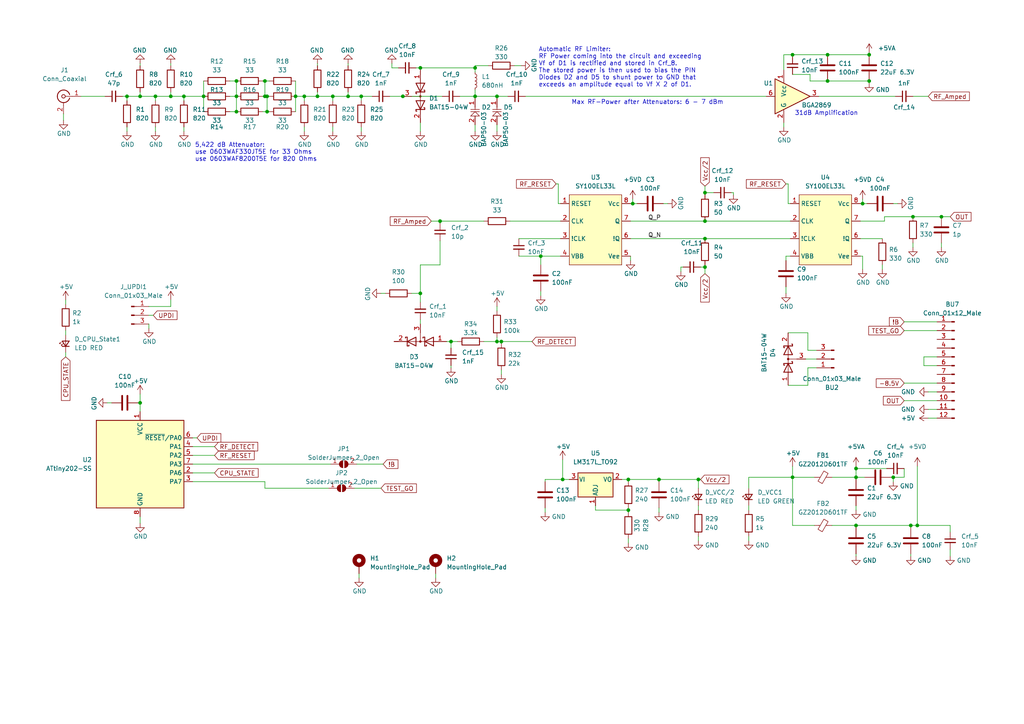
<source format=kicad_sch>
(kicad_sch (version 20230121) (generator eeschema)
  (paper "A4")
  (junction (at 240.03 15.875))
  (junction (at 248.285 152.4))
  (junction (at 121.92 85.09))
  (junction (at 45.085 27.94))
  (junction (at 53.34 27.94))
  (junction (at 191.135 139.065))
  (junction (at 77.47 27.94))
  (junction (at 88.265 27.94))
  (junction (at 137.795 19.685))
  (junction (at 202.565 139.065))
  (junction (at 204.47 64.135))
  (junction (at 127.635 64.135))
  (junction (at 96.52 27.94))
  (junction (at 85.725 27.94))
  (junction (at 77.47 32.385))
  (junction (at 252.095 23.495))
  (junction (at 250.19 59.055))
  (junction (at 49.53 27.94))
  (junction (at 76.835 23.495))
  (junction (at 264.16 152.4))
  (junction (at 144.145 99.06))
  (junction (at 92.075 27.94))
  (junction (at 204.47 69.215))
  (junction (at 104.775 27.94))
  (junction (at 183.515 59.055))
  (junction (at 40.64 116.84))
  (junction (at 144.145 27.94))
  (junction (at 252.095 15.875))
  (junction (at 266.065 152.4))
  (junction (at 259.08 138.43))
  (junction (at 76.835 27.94))
  (junction (at 121.92 19.685))
  (junction (at 204.47 55.88))
  (junction (at 163.195 139.065))
  (junction (at 156.845 74.295))
  (junction (at 130.81 99.06))
  (junction (at 182.245 147.955))
  (junction (at 240.03 23.495))
  (junction (at 116.84 27.94))
  (junction (at 204.47 77.47))
  (junction (at 145.415 99.06))
  (junction (at 273.05 62.865))
  (junction (at 229.87 138.43))
  (junction (at 68.58 23.495))
  (junction (at 40.64 27.94))
  (junction (at 248.285 138.43))
  (junction (at 68.58 27.94))
  (junction (at 229.87 15.875))
  (junction (at 182.245 139.065))
  (junction (at 100.965 27.94))
  (junction (at 264.795 62.865))
  (junction (at 137.795 27.94))
  (junction (at 59.055 27.94))
  (junction (at 248.285 135.89))
  (junction (at 36.83 27.94))
  (junction (at 68.58 32.385))
  (wire (pts (xy 144.145 36.195) (xy 144.145 38.1)))
  (wire (pts (xy 43.18 93.98) (xy 43.18 95.25)))
  (wire (pts (xy 267.97 106.045) (xy 271.78 106.045)))
  (wire (pts (xy 240.03 23.495) (xy 252.095 23.495)))
  (wire (pts (xy 228.6 59.055) (xy 229.235 59.055)))
  (wire (pts (xy 248.285 152.4) (xy 248.285 153.035)))
  (wire (pts (xy 198.12 77.47) (xy 197.485 77.47)))
  (wire (pts (xy 18.415 33.02) (xy 18.415 34.925)))
  (wire (pts (xy 266.065 152.4) (xy 266.065 135.255)))
  (wire (pts (xy 156.845 84.455) (xy 156.845 85.725)))
  (wire (pts (xy 85.725 23.495) (xy 85.725 27.94)))
  (wire (pts (xy 76.835 141.605) (xy 95.25 141.605)))
  (wire (pts (xy 172.72 147.955) (xy 182.245 147.955)))
  (wire (pts (xy 183.515 59.055) (xy 184.785 59.055)))
  (wire (pts (xy 191.135 139.065) (xy 202.565 139.065)))
  (wire (pts (xy 125.095 64.135) (xy 127.635 64.135)))
  (wire (pts (xy 191.135 147.32) (xy 191.135 148.59)))
  (wire (pts (xy 92.075 27.94) (xy 96.52 27.94)))
  (wire (pts (xy 182.88 74.295) (xy 182.88 75.565)))
  (wire (pts (xy 264.16 152.4) (xy 264.16 153.035)))
  (wire (pts (xy 248.285 138.43) (xy 248.285 139.065)))
  (wire (pts (xy 145.415 107.315) (xy 145.415 108.585)))
  (wire (pts (xy 120.65 19.685) (xy 121.92 19.685)))
  (wire (pts (xy 259.08 138.43) (xy 259.08 139.7)))
  (wire (pts (xy 241.3 152.4) (xy 248.285 152.4)))
  (wire (pts (xy 133.35 27.94) (xy 137.795 27.94)))
  (wire (pts (xy 121.92 92.71) (xy 121.92 93.98)))
  (wire (pts (xy 255.905 76.835) (xy 255.905 78.105)))
  (wire (pts (xy 202.565 139.065) (xy 202.565 141.605)))
  (wire (pts (xy 76.2 32.385) (xy 77.47 32.385)))
  (wire (pts (xy 76.2 27.94) (xy 76.835 27.94)))
  (wire (pts (xy 271.78 103.505) (xy 267.97 103.505)))
  (wire (pts (xy 182.245 147.955) (xy 182.245 148.59)))
  (wire (pts (xy 234.315 111.76) (xy 234.315 106.68)))
  (wire (pts (xy 152.4 27.94) (xy 222.25 27.94)))
  (wire (pts (xy 161.925 53.34) (xy 161.925 59.055)))
  (wire (pts (xy 100.965 27.94) (xy 104.775 27.94)))
  (wire (pts (xy 229.87 138.43) (xy 229.87 152.4)))
  (wire (pts (xy 110.49 85.09) (xy 111.76 85.09)))
  (wire (pts (xy 217.17 138.43) (xy 229.87 138.43)))
  (wire (pts (xy 144.145 27.94) (xy 144.145 28.575)))
  (wire (pts (xy 234.95 21.59) (xy 234.95 23.495)))
  (wire (pts (xy 68.58 23.495) (xy 68.58 27.94)))
  (wire (pts (xy 35.56 27.94) (xy 36.83 27.94)))
  (wire (pts (xy 250.19 74.295) (xy 250.19 78.105)))
  (wire (pts (xy 161.29 53.34) (xy 161.925 53.34)))
  (wire (pts (xy 249.555 69.215) (xy 255.905 69.215)))
  (wire (pts (xy 234.95 23.495) (xy 240.03 23.495)))
  (wire (pts (xy 229.87 21.59) (xy 234.95 21.59)))
  (wire (pts (xy 202.565 146.685) (xy 202.565 147.955)))
  (wire (pts (xy 264.16 152.4) (xy 266.065 152.4)))
  (wire (pts (xy 249.555 64.135) (xy 256.54 64.135)))
  (wire (pts (xy 264.16 160.655) (xy 264.16 161.29)))
  (wire (pts (xy 248.285 152.4) (xy 264.16 152.4)))
  (wire (pts (xy 127.635 76.835) (xy 121.92 76.835)))
  (wire (pts (xy 227.965 83.185) (xy 227.965 85.09)))
  (wire (pts (xy 248.285 146.685) (xy 248.285 147.955)))
  (wire (pts (xy 202.565 139.065) (xy 203.2 139.065)))
  (wire (pts (xy 204.47 53.975) (xy 204.47 55.88)))
  (wire (pts (xy 140.335 64.135) (xy 127.635 64.135)))
  (wire (pts (xy 96.52 27.94) (xy 96.52 29.21)))
  (wire (pts (xy 130.81 99.06) (xy 132.715 99.06)))
  (wire (pts (xy 113.665 19.685) (xy 115.57 19.685)))
  (wire (pts (xy 59.055 27.94) (xy 59.055 32.385)))
  (wire (pts (xy 241.3 138.43) (xy 248.285 138.43)))
  (wire (pts (xy 264.795 70.485) (xy 264.795 71.755)))
  (wire (pts (xy 259.08 59.055) (xy 260.35 59.055)))
  (wire (pts (xy 147.955 64.135) (xy 162.56 64.135)))
  (wire (pts (xy 182.88 69.215) (xy 204.47 69.215)))
  (wire (pts (xy 145.415 99.06) (xy 154.305 99.06)))
  (wire (pts (xy 228.6 111.76) (xy 234.315 111.76)))
  (wire (pts (xy 269.24 113.665) (xy 271.78 113.665)))
  (wire (pts (xy 36.83 36.83) (xy 36.83 38.1)))
  (wire (pts (xy 55.88 139.7) (xy 76.835 139.7)))
  (wire (pts (xy 182.245 139.065) (xy 182.245 139.7)))
  (wire (pts (xy 68.58 27.94) (xy 68.58 32.385)))
  (wire (pts (xy 262.255 93.345) (xy 271.78 93.345)))
  (wire (pts (xy 202.565 155.575) (xy 202.565 156.845)))
  (wire (pts (xy 76.835 27.94) (xy 77.47 27.94)))
  (wire (pts (xy 45.085 27.94) (xy 49.53 27.94)))
  (wire (pts (xy 137.795 19.05) (xy 137.795 19.685)))
  (wire (pts (xy 55.88 134.62) (xy 95.885 134.62)))
  (wire (pts (xy 262.255 111.125) (xy 271.78 111.125)))
  (wire (pts (xy 121.92 19.685) (xy 137.795 19.685)))
  (wire (pts (xy 256.54 64.135) (xy 256.54 62.865)))
  (wire (pts (xy 126.365 166.37) (xy 126.365 167.64)))
  (wire (pts (xy 85.725 27.94) (xy 88.265 27.94)))
  (wire (pts (xy 204.47 76.835) (xy 204.47 77.47)))
  (wire (pts (xy 275.59 159.385) (xy 275.59 161.29)))
  (wire (pts (xy 85.725 27.94) (xy 85.725 32.385)))
  (wire (pts (xy 88.265 36.83) (xy 88.265 38.1)))
  (wire (pts (xy 248.285 135.89) (xy 257.175 135.89)))
  (wire (pts (xy 49.53 86.995) (xy 49.53 88.9)))
  (wire (pts (xy 182.88 64.135) (xy 204.47 64.135)))
  (wire (pts (xy 275.59 154.305) (xy 275.59 152.4)))
  (wire (pts (xy 227.965 53.34) (xy 228.6 53.34)))
  (wire (pts (xy 119.38 85.09) (xy 121.92 85.09)))
  (wire (pts (xy 88.265 27.94) (xy 92.075 27.94)))
  (wire (pts (xy 104.775 27.94) (xy 107.95 27.94)))
  (wire (pts (xy 217.17 155.575) (xy 217.17 156.845)))
  (wire (pts (xy 104.775 27.94) (xy 104.775 29.21)))
  (wire (pts (xy 158.115 147.32) (xy 158.115 148.59)))
  (wire (pts (xy 212.09 55.88) (xy 212.725 55.88)))
  (wire (pts (xy 145.415 99.06) (xy 145.415 99.695)))
  (wire (pts (xy 66.675 27.94) (xy 68.58 27.94)))
  (wire (pts (xy 137.795 19.685) (xy 137.795 20.955)))
  (wire (pts (xy 182.245 139.065) (xy 191.135 139.065)))
  (wire (pts (xy 96.52 36.83) (xy 96.52 38.1)))
  (wire (pts (xy 137.795 27.94) (xy 144.145 27.94)))
  (wire (pts (xy 182.88 59.055) (xy 183.515 59.055)))
  (wire (pts (xy 92.075 18.415) (xy 92.075 19.05)))
  (wire (pts (xy 55.88 129.54) (xy 62.23 129.54)))
  (wire (pts (xy 49.53 26.67) (xy 49.53 27.94)))
  (wire (pts (xy 137.795 26.035) (xy 137.795 27.94)))
  (wire (pts (xy 59.055 23.495) (xy 59.055 27.94)))
  (wire (pts (xy 49.53 18.415) (xy 49.53 19.05)))
  (wire (pts (xy 163.195 139.065) (xy 165.1 139.065)))
  (wire (pts (xy 149.225 19.05) (xy 151.13 19.05)))
  (wire (pts (xy 197.485 77.47) (xy 197.485 78.74)))
  (wire (pts (xy 150.495 69.215) (xy 162.56 69.215)))
  (wire (pts (xy 240.03 15.875) (xy 229.87 15.875)))
  (wire (pts (xy 129.54 99.06) (xy 130.81 99.06)))
  (wire (pts (xy 150.495 74.295) (xy 156.845 74.295)))
  (wire (pts (xy 127.635 69.85) (xy 127.635 76.835)))
  (wire (pts (xy 156.845 74.295) (xy 162.56 74.295)))
  (wire (pts (xy 130.81 106.045) (xy 130.81 106.68)))
  (wire (pts (xy 40.64 149.86) (xy 40.64 151.765)))
  (wire (pts (xy 144.145 97.79) (xy 144.145 99.06)))
  (wire (pts (xy 76.835 23.495) (xy 76.835 27.94)))
  (wire (pts (xy 40.64 27.94) (xy 45.085 27.94)))
  (wire (pts (xy 234.315 106.68) (xy 236.855 106.68)))
  (wire (pts (xy 77.47 27.94) (xy 78.105 27.94)))
  (wire (pts (xy 234.315 101.6) (xy 234.315 96.52)))
  (wire (pts (xy 158.115 139.065) (xy 163.195 139.065)))
  (wire (pts (xy 262.255 135.89) (xy 262.255 138.43)))
  (wire (pts (xy 180.34 139.065) (xy 182.245 139.065)))
  (wire (pts (xy 144.145 27.94) (xy 147.32 27.94)))
  (wire (pts (xy 40.64 116.84) (xy 40.005 116.84)))
  (wire (pts (xy 204.47 77.47) (xy 204.47 79.375)))
  (wire (pts (xy 77.47 27.94) (xy 77.47 32.385)))
  (wire (pts (xy 55.88 127) (xy 57.15 127)))
  (wire (pts (xy 217.17 146.685) (xy 217.17 147.955)))
  (wire (pts (xy 252.095 23.495) (xy 252.095 24.13)))
  (wire (pts (xy 227.33 35.56) (xy 227.33 36.83)))
  (wire (pts (xy 77.47 32.385) (xy 78.105 32.385)))
  (wire (pts (xy 100.965 18.415) (xy 100.965 19.05)))
  (wire (pts (xy 227.965 75.565) (xy 227.965 74.295)))
  (wire (pts (xy 161.925 59.055) (xy 162.56 59.055)))
  (wire (pts (xy 250.19 59.055) (xy 251.46 59.055)))
  (wire (pts (xy 55.88 132.08) (xy 62.23 132.08)))
  (wire (pts (xy 130.81 100.965) (xy 130.81 99.06)))
  (wire (pts (xy 258.445 138.43) (xy 259.08 138.43)))
  (wire (pts (xy 204.47 69.215) (xy 229.235 69.215)))
  (wire (pts (xy 55.88 137.16) (xy 62.23 137.16)))
  (wire (pts (xy 256.54 62.865) (xy 264.795 62.865)))
  (wire (pts (xy 40.64 119.38) (xy 40.64 116.84)))
  (wire (pts (xy 212.725 55.88) (xy 212.725 56.515)))
  (wire (pts (xy 88.265 27.94) (xy 88.265 29.21)))
  (wire (pts (xy 45.085 36.83) (xy 45.085 38.1)))
  (wire (pts (xy 66.675 32.385) (xy 68.58 32.385)))
  (wire (pts (xy 104.14 166.37) (xy 104.14 167.64)))
  (wire (pts (xy 116.84 27.94) (xy 128.27 27.94)))
  (wire (pts (xy 248.285 135.255) (xy 248.285 135.89)))
  (wire (pts (xy 264.795 62.865) (xy 273.05 62.865)))
  (wire (pts (xy 204.47 64.135) (xy 229.235 64.135)))
  (wire (pts (xy 248.285 160.655) (xy 248.285 161.29)))
  (wire (pts (xy 141.605 19.05) (xy 137.795 19.05)))
  (wire (pts (xy 275.59 152.4) (xy 266.065 152.4)))
  (wire (pts (xy 43.18 91.44) (xy 44.45 91.44)))
  (wire (pts (xy 269.24 118.745) (xy 271.78 118.745)))
  (wire (pts (xy 40.64 26.67) (xy 40.64 27.94)))
  (wire (pts (xy 113.665 18.415) (xy 113.665 19.685)))
  (wire (pts (xy 121.92 19.685) (xy 121.92 20.32)))
  (wire (pts (xy 104.775 36.83) (xy 104.775 38.1)))
  (wire (pts (xy 19.05 86.995) (xy 19.05 88.265)))
  (wire (pts (xy 273.05 70.485) (xy 273.05 71.755)))
  (wire (pts (xy 236.855 101.6) (xy 234.315 101.6)))
  (wire (pts (xy 127.635 64.135) (xy 127.635 64.77)))
  (wire (pts (xy 121.92 76.835) (xy 121.92 85.09)))
  (wire (pts (xy 192.405 59.055) (xy 193.675 59.055)))
  (wire (pts (xy 40.64 114.3) (xy 40.64 116.84)))
  (wire (pts (xy 163.195 133.35) (xy 163.195 139.065)))
  (wire (pts (xy 252.095 15.24) (xy 252.095 15.875)))
  (wire (pts (xy 191.135 139.065) (xy 191.135 139.7)))
  (wire (pts (xy 103.505 134.62) (xy 111.125 134.62)))
  (wire (pts (xy 158.115 139.7) (xy 158.115 139.065)))
  (wire (pts (xy 240.03 15.875) (xy 252.095 15.875)))
  (wire (pts (xy 204.47 55.88) (xy 204.47 56.515)))
  (wire (pts (xy 229.87 152.4) (xy 236.22 152.4)))
  (wire (pts (xy 227.33 15.875) (xy 227.33 20.32)))
  (wire (pts (xy 229.87 138.43) (xy 236.22 138.43)))
  (wire (pts (xy 102.87 141.605) (xy 110.49 141.605)))
  (wire (pts (xy 40.64 18.415) (xy 40.64 19.05)))
  (wire (pts (xy 248.285 135.89) (xy 248.285 138.43)))
  (wire (pts (xy 182.245 156.21) (xy 182.245 157.48)))
  (wire (pts (xy 227.965 74.295) (xy 229.235 74.295)))
  (wire (pts (xy 140.335 99.06) (xy 144.145 99.06)))
  (wire (pts (xy 204.47 55.88) (xy 207.01 55.88)))
  (wire (pts (xy 53.34 36.83) (xy 53.34 38.1)))
  (wire (pts (xy 76.835 23.495) (xy 78.105 23.495)))
  (wire (pts (xy 228.6 53.34) (xy 228.6 59.055)))
  (wire (pts (xy 49.53 27.94) (xy 53.34 27.94)))
  (wire (pts (xy 19.05 102.235) (xy 19.05 103.505)))
  (wire (pts (xy 248.285 138.43) (xy 250.825 138.43)))
  (wire (pts (xy 264.795 27.94) (xy 269.24 27.94)))
  (wire (pts (xy 182.245 147.32) (xy 182.245 147.955)))
  (wire (pts (xy 36.83 27.94) (xy 36.83 29.21)))
  (wire (pts (xy 66.675 23.495) (xy 68.58 23.495)))
  (wire (pts (xy 203.2 77.47) (xy 204.47 77.47)))
  (wire (pts (xy 233.68 104.14) (xy 236.855 104.14)))
  (wire (pts (xy 76.2 23.495) (xy 76.835 23.495)))
  (wire (pts (xy 234.315 96.52) (xy 228.6 96.52)))
  (wire (pts (xy 121.92 87.63) (xy 121.92 85.09)))
  (wire (pts (xy 76.835 139.7) (xy 76.835 141.605)))
  (wire (pts (xy 31.115 116.84) (xy 32.385 116.84)))
  (wire (pts (xy 259.08 138.43) (xy 262.255 138.43)))
  (wire (pts (xy 262.255 95.885) (xy 271.78 95.885)))
  (wire (pts (xy 229.87 135.255) (xy 229.87 138.43)))
  (wire (pts (xy 92.075 26.67) (xy 92.075 27.94)))
  (wire (pts (xy 53.34 27.94) (xy 53.34 29.21)))
  (wire (pts (xy 156.845 74.295) (xy 156.845 76.835)))
  (wire (pts (xy 217.17 141.605) (xy 217.17 138.43)))
  (wire (pts (xy 269.24 121.285) (xy 271.78 121.285)))
  (wire (pts (xy 45.085 27.94) (xy 45.085 29.21)))
  (wire (pts (xy 23.495 27.94) (xy 30.48 27.94)))
  (wire (pts (xy 121.92 35.56) (xy 121.92 38.1)))
  (wire (pts (xy 262.255 116.205) (xy 271.78 116.205)))
  (wire (pts (xy 137.795 27.94) (xy 137.795 28.575)))
  (wire (pts (xy 144.145 99.06) (xy 145.415 99.06)))
  (wire (pts (xy 49.53 88.9) (xy 43.18 88.9)))
  (wire (pts (xy 237.49 27.94) (xy 259.715 27.94)))
  (wire (pts (xy 229.87 15.875) (xy 229.87 16.51)))
  (wire (pts (xy 267.97 103.505) (xy 267.97 106.045)))
  (wire (pts (xy 96.52 27.94) (xy 100.965 27.94)))
  (wire (pts (xy 137.795 36.195) (xy 137.795 38.1)))
  (wire (pts (xy 273.05 62.865) (xy 275.59 62.865)))
  (wire (pts (xy 19.05 95.885) (xy 19.05 97.155)))
  (wire (pts (xy 250.19 57.785) (xy 250.19 59.055)))
  (wire (pts (xy 100.965 26.67) (xy 100.965 27.94)))
  (wire (pts (xy 36.83 27.94) (xy 40.64 27.94)))
  (wire (pts (xy 113.03 27.94) (xy 116.84 27.94)))
  (wire (pts (xy 172.72 146.685) (xy 172.72 147.955)))
  (wire (pts (xy 229.87 15.875) (xy 227.33 15.875)))
  (wire (pts (xy 144.145 88.9) (xy 144.145 90.17)))
  (wire (pts (xy 249.555 59.055) (xy 250.19 59.055)))
  (wire (pts (xy 249.555 74.295) (xy 250.19 74.295)))
  (wire (pts (xy 53.34 27.94) (xy 59.055 27.94)))
  (wire (pts (xy 183.515 57.785) (xy 183.515 59.055)))
  (text "Automatic RF Limiter:\nRF Power coming into the circuit and exceeding\nVf of D1 is rectified and stored in Crf_8. \nThe stored power is then used to bias the PIN\nDiodes D2 and D5 to shunt power to GND that \nexceeds an amplitude equal to Vf X 2 of D1. " (at 156.21 25.4 0) (effects (font (size 1.27 1.27)) (justify left bottom)))
  (text "Max RF-Power after Attenuators: 6 - 7 dBm" (at 165.735 30.48 0) (effects (font (size 1.27 1.27)) (justify left bottom)))
  (text "5,422 dB Attenuator:\nuse 0603WAF330JT5E for 33 Ohms\nuse 0603WAF8200T5E for 820 Ohms\n" (at 56.515 46.99 0) (effects (font (size 1.27 1.27)) (justify left bottom)))
  (text "31dB Amplification" (at 230.505 33.655 0) (effects (font (size 1.27 1.27)) (justify left bottom)))
  (label "Q_N" (at 187.96 69.215 0))
  (label "Q_P" (at 187.96 64.135 0))
  (global_label "CPU_STATE" (shape input) (at 19.05 103.505 270) (property "Intersheetrefs" "${INTERSHEET_REFS}" (effects hide)))
  (global_label "CPU_STATE" (shape input) (at 62.23 137.16 0) (property "Intersheetrefs" "${INTERSHEET_REFS}" (effects hide)))
  (global_label "RF_Amped" (shape input) (at 125.095 64.135 180) (property "Intersheetrefs" "${INTERSHEET_REFS}" (effects hide)))
  (global_label "RF_Amped" (shape input) (at 269.24 27.94 0) (property "Intersheetrefs" "${INTERSHEET_REFS}" (effects hide)))
  (global_label "RF_DETECT" (shape input) (at 62.23 129.54 0) (property "Intersheetrefs" "${INTERSHEET_REFS}" (effects hide)))
  (global_label "Vcc{slash}2" (shape input) (at 204.47 79.375 270) (property "Intersheetrefs" "${INTERSHEET_REFS}" (effects hide)))
  (global_label "!B" (shape input) (at 111.125 134.62 0) (property "Intersheetrefs" "${INTERSHEET_REFS}" (effects hide)))
  (global_label "UPDI" (shape input) (at 44.45 91.44 0) (property "Intersheetrefs" "${INTERSHEET_REFS}" (effects hide)))
  (global_label "RF_RESET" (shape input) (at 62.23 132.08 0) (property "Intersheetrefs" "${INTERSHEET_REFS}" (effects hide)))
  (global_label "RF_RESET" (shape input) (at 227.965 53.34 180) (property "Intersheetrefs" "${INTERSHEET_REFS}" (effects hide)))
  (global_label "!B" (shape input) (at 262.255 93.345 180) (property "Intersheetrefs" "${INTERSHEET_REFS}" (effects hide)))
  (global_label "RF_RESET" (shape input) (at 161.29 53.34 180) (property "Intersheetrefs" "${INTERSHEET_REFS}" (effects hide)))
  (global_label "TEST_GO" (shape input) (at 262.255 95.885 180) (property "Intersheetrefs" "${INTERSHEET_REFS}" (effects hide)))
  (global_label "OUT" (shape input) (at 275.59 62.865 0) (property "Intersheetrefs" "${INTERSHEET_REFS}" (effects hide)))
  (global_label "RF_DETECT" (shape input) (at 154.305 99.06 0) (property "Intersheetrefs" "${INTERSHEET_REFS}" (effects hide)))
  (global_label "UPDI" (shape input) (at 57.15 127 0) (property "Intersheetrefs" "${INTERSHEET_REFS}" (effects hide)))
  (global_label "Vcc{slash}2" (shape input) (at 203.2 139.065 0) (property "Intersheetrefs" "${INTERSHEET_REFS}" (effects hide)))
  (global_label "TEST_GO" (shape input) (at 110.49 141.605 0) (property "Intersheetrefs" "${INTERSHEET_REFS}" (effects hide)))
  (global_label "OUT" (shape input) (at 262.255 116.205 180) (property "Intersheetrefs" "${INTERSHEET_REFS}" (effects hide)))
  (global_label "-8.5V" (shape input) (at 262.255 111.125 180) (property "Intersheetrefs" "${INTERSHEET_REFS}" (effects hide)))
  (global_label "Vcc{slash}2" (shape input) (at 204.47 53.975 90) (property "Intersheetrefs" "${INTERSHEET_REFS}" (effects hide)))
  (symbol (lib_id "Device:D_Schottky_Dual_Series_AKC") (at 121.92 27.94 270) (unit 1)
    (property "Reference" "D1" (at 124.46 28.5114 90) (effects (justify left)))
    (property "Value" "BAT15-04W" (at 124.46 31.0514 90) (effects (justify left)))
    (property "Footprint" "Package_TO_SOT_SMD:SOT-323_SC-70" (effects hide))
  )
  (symbol (lib_id "Device:R") (at 36.83 33.02 0) (unit 1)
    (property "Reference" "R1" (at 39.37 31.7499 0) (effects (justify left)))
    (property "Value" "820" (at 39.37 34.2899 0) (effects (justify left)))
    (property "Footprint" "Resistor_SMD:R_0603_1608Metric" (effects hide))
  )
  (symbol (lib_id "power:GND") (at 182.245 157.48 0) (unit 1)
    (property "Reference" "#PWR0152" (effects hide))
    (property "Value" "GND" (at 184.15 158.7499 0) (effects (justify left)))
  )
  (symbol (lib_id "Device:C_Small") (at 110.49 27.94 90) (unit 1)
    (property "Reference" "Crf_7" (at 110.4963 21.59 90))
    (property "Value" "1nF" (at 110.4963 24.13 90))
    (property "Footprint" "Resistor_SMD:R_0402_1005Metric" (effects hide))
  )
  (symbol (lib_id "power:GND") (at 158.115 148.59 0) (unit 1)
    (property "Reference" "#PWR0156" (effects hide))
    (property "Value" "GND" (at 160.02 149.8599 0) (effects (justify left)))
  )
  (symbol (lib_id "Device:C") (at 252.095 19.685 0) (unit 1)
    (property "Reference" "C12" (at 255.27 18.4149 0) (effects (justify left)))
    (property "Value" "22uF 6.3V" (at 255.27 20.9549 0) (effects (justify left)))
    (property "Footprint" "Resistor_SMD:R_0603_1608Metric" (effects hide))
  )
  (symbol (lib_id "Device:C_Small") (at 33.02 27.94 90) (unit 1)
    (property "Reference" "Crf_6" (at 33.0263 21.59 90))
    (property "Value" "47p" (at 33.0263 24.13 90))
    (property "Footprint" "Resistor_SMD:R_0402_1005Metric" (effects hide))
  )
  (symbol (lib_id "Device:FerriteBead_Small") (at 238.76 138.43 90) (unit 1)
    (property "Reference" "FB1" (at 238.7219 132.08 90))
    (property "Value" "GZ2012D601TF" (at 238.7219 134.62 90))
    (property "Footprint" "Inductor_SMD:L_0805_2012Metric" (effects hide))
  )
  (symbol (lib_id "power:GND") (at 151.13 19.05 90) (unit 1)
    (property "Reference" "#PWR0140" (effects hide))
    (property "Value" "GND" (at 154.94 20.955 0) (effects (justify left)))
  )
  (symbol (lib_id "power:GND") (at 40.64 18.415 180) (unit 1)
    (property "Reference" "#PWR0129" (effects hide))
    (property "Value" "GND" (at 42.545 14.605 0) (effects (justify left)))
  )
  (symbol (lib_id "Device:R") (at 104.775 33.02 0) (unit 1)
    (property "Reference" "R25" (at 107.315 31.7499 0) (effects (justify left)))
    (property "Value" "820" (at 107.315 34.2899 0) (effects (justify left)))
    (property "Footprint" "Resistor_SMD:R_0603_1608Metric" (effects hide))
  )
  (symbol (lib_id "power:+5VD") (at 183.515 57.785 0) (unit 1)
    (property "Reference" "#PWR0124" (effects hide))
    (property "Value" "+5VD" (at 183.515 52.07 0))
  )
  (symbol (lib_id "power:GND") (at 92.075 18.415 180) (unit 1)
    (property "Reference" "#PWR0134" (effects hide))
    (property "Value" "GND" (at 93.98 14.605 0) (effects (justify left)))
  )
  (symbol (lib_id "Device:C_Small") (at 130.81 103.505 180) (unit 1)
    (property "Reference" "Crf_15" (at 133.985 102.2285 0) (effects (justify right)))
    (property "Value" "1nF" (at 133.985 104.7685 0) (effects (justify right)))
    (property "Footprint" "Resistor_SMD:R_0402_1005Metric" (effects hide))
  )
  (symbol (lib_id "Device:D_Schottky_Dual_Series_AKC") (at 228.6 104.14 90) (unit 1)
    (property "Reference" "D4" (at 224.155 102.2985 0))
    (property "Value" "BAT15-04W" (at 221.615 102.2985 0))
    (property "Footprint" "Package_TO_SOT_SMD:SOT-323_SC-70" (effects hide))
  )
  (symbol (lib_id "Device:C_Small") (at 229.87 19.05 180) (unit 1)
    (property "Reference" "Crf_13" (at 232.41 17.7735 0) (effects (justify right)))
    (property "Value" "10nF" (at 232.41 20.3135 0) (effects (justify right)))
    (property "Footprint" "Resistor_SMD:R_0402_1005Metric" (effects hide))
  )
  (symbol (lib_id "power:GND") (at 255.905 78.105 0) (unit 1)
    (property "Reference" "#PWR0116" (effects hide))
    (property "Value" "GND" (at 254 81.915 0) (effects (justify left)))
  )
  (symbol (lib_id "power:+5VA") (at 252.095 15.24 0) (unit 1)
    (property "Reference" "#PWR0148" (effects hide))
    (property "Value" "+5VA" (at 254.635 13.9699 0) (effects (justify left)))
  )
  (symbol (lib_id "power:GND") (at 40.64 151.765 0) (unit 1)
    (property "Reference" "#PWR0146" (effects hide))
    (property "Value" "GND" (at 38.735 155.575 0) (effects (justify left)))
  )
  (symbol (lib_id "Device:R") (at 81.915 32.385 90) (unit 1)
    (property "Reference" "R20" (at 81.915 36.83 90))
    (property "Value" "33" (at 81.915 34.925 90))
    (property "Footprint" "Resistor_SMD:R_0603_1608Metric" (effects hide))
  )
  (symbol (lib_id "power:GND") (at 248.285 147.955 0) (unit 1)
    (property "Reference" "#PWR0104" (effects hide))
    (property "Value" "GND" (at 250.19 149.2249 0) (effects (justify left)))
  )
  (symbol (lib_id "power:GND") (at 100.965 18.415 180) (unit 1)
    (property "Reference" "#PWR0135" (effects hide))
    (property "Value" "GND" (at 102.87 14.605 0) (effects (justify left)))
  )
  (symbol (lib_id "power:GND") (at 104.14 167.64 0) (unit 1)
    (property "Reference" "#PWR01" (effects hide))
    (property "Value" "GND" (at 102.235 171.45 0) (effects (justify left)))
  )
  (symbol (lib_id "MCU_Microchip_ATtiny:ATtiny202-SS") (at 40.64 134.62 0) (unit 1)
    (property "Reference" "U2" (at 26.67 133.35 0) (effects (justify right)))
    (property "Value" "ATtiny202-SS" (at 26.67 135.89 0) (effects (justify right)))
    (property "Footprint" "Package_SO:SOIC-8_3.9x4.9mm_P1.27mm" (effects hide))
    (property "Datasheet" "http://ww1.microchip.com/downloads/en/DeviceDoc/ATtiny202-402-AVR-MCU-with-Core-Independent-Peripherals_and-picoPower-40001969A.pdf" (effects hide))
  )
  (symbol (lib_id "power:GND") (at 193.675 59.055 90) (unit 1)
    (property "Reference" "#PWR0112" (effects hide))
    (property "Value" "GND" (at 197.485 60.96 0) (effects (justify left)))
  )
  (symbol (lib_id "Connector:Conn_01x03_Male") (at 38.1 91.44 0) (unit 1)
    (property "Reference" "J_UPDI1" (at 38.735 83.185 0))
    (property "Value" "Conn_01x03_Male" (at 38.735 85.725 0))
    (property "Footprint" "Connector_PinHeader_2.54mm:PinHeader_1x03_P2.54mm_Vertical" (effects hide))
  )
  (symbol (lib_id "Device:C") (at 240.03 19.685 180) (unit 1)
    (property "Reference" "C11" (at 243.205 18.4149 0) (effects (justify right)))
    (property "Value" "100nF" (at 243.205 20.9549 0) (effects (justify right)))
    (property "Footprint" "Resistor_SMD:R_0603_1608Metric" (effects hide))
  )
  (symbol (lib_id "power:GND") (at 275.59 161.29 0) (unit 1)
    (property "Reference" "#PWR0108" (effects hide))
    (property "Value" "GND" (at 277.495 162.5599 0) (effects (justify left)))
  )
  (symbol (lib_id "power:GND") (at 45.085 38.1 0) (unit 1)
    (property "Reference" "#PWR0127" (effects hide))
    (property "Value" "GND" (at 43.18 41.91 0) (effects (justify left)))
  )
  (symbol (lib_id "Jumper:SolderJumper_2_Open") (at 99.695 134.62 0) (unit 1)
    (property "Reference" "JP1" (at 99.695 130.175 0))
    (property "Value" "SolderJumper_2_Open" (at 99.695 132.715 0))
    (property "Footprint" "Jumper:SolderJumper-2_P1.3mm_Open_TrianglePad1.0x1.5mm" (effects hide))
  )
  (symbol (lib_id "Device:C_Small") (at 150.495 71.755 0) (unit 1)
    (property "Reference" "Crf_3" (at 153.035 70.4912 0) (effects (justify left)))
    (property "Value" "10nF" (at 153.035 73.0312 0) (effects (justify left)))
    (property "Footprint" "Resistor_SMD:R_0402_1005Metric" (effects hide))
  )
  (symbol (lib_id "power:GND") (at 88.265 38.1 0) (unit 1)
    (property "Reference" "#PWR0132" (effects hide))
    (property "Value" "GND" (at 86.36 41.91 0) (effects (justify left)))
  )
  (symbol (lib_id "Device:C_Small") (at 127.635 67.31 180) (unit 1)
    (property "Reference" "Crf_2" (at 130.81 66.0335 0) (effects (justify right)))
    (property "Value" "10p" (at 130.81 68.5735 0) (effects (justify right)))
    (property "Footprint" "Resistor_SMD:R_0402_1005Metric" (effects hide))
  )
  (symbol (lib_id "Device:C_Small") (at 259.715 135.89 90) (unit 1)
    (property "Reference" "Crf_4" (at 259.7213 129.54 90))
    (property "Value" "10nF" (at 259.7213 132.08 90))
    (property "Footprint" "Resistor_SMD:R_0402_1005Metric" (effects hide))
  )
  (symbol (lib_id "power:GND") (at 212.725 56.515 0) (unit 1)
    (property "Reference" "#PWR0151" (effects hide))
    (property "Value" "GND" (at 210.82 60.325 0) (effects (justify left)))
  )
  (symbol (lib_id "power:+5VD") (at 250.19 57.785 0) (unit 1)
    (property "Reference" "#PWR0123" (effects hide))
    (property "Value" "+5VD" (at 250.19 52.07 0))
  )
  (symbol (lib_id "power:+5V") (at 269.24 121.285 90) (unit 1)
    (property "Reference" "#PWR0103" (effects hide))
    (property "Value" "+5V" (at 265.43 121.2849 90) (effects (justify left)))
  )
  (symbol (lib_id "Device:C") (at 36.195 116.84 90) (unit 1)
    (property "Reference" "C10" (at 36.195 109.22 90))
    (property "Value" "100nF" (at 36.195 111.76 90))
    (property "Footprint" "Resistor_SMD:R_0603_1608Metric" (effects hide))
  )
  (symbol (lib_id "power:GND") (at 273.05 71.755 0) (unit 1)
    (property "Reference" "#PWR0114" (effects hide))
    (property "Value" "GND" (at 271.145 75.565 0) (effects (justify left)))
  )
  (symbol (lib_id "Device:C") (at 156.845 80.645 0) (unit 1)
    (property "Reference" "C2" (at 160.02 79.3749 0) (effects (justify left)))
    (property "Value" "100nF" (at 160.02 81.9149 0) (effects (justify left)))
    (property "Footprint" "Resistor_SMD:R_0603_1608Metric" (effects hide))
  )
  (symbol (lib_id "power:GND") (at 31.115 116.84 270) (unit 1)
    (property "Reference" "#PWR0145" (effects hide))
    (property "Value" "GND" (at 27.305 114.935 0) (effects (justify left)))
  )
  (symbol (lib_id "power:+5V") (at 229.87 135.255 0) (unit 1)
    (property "Reference" "#PWR0119" (effects hide))
    (property "Value" "+5V" (at 227.965 131.445 0) (effects (justify left)))
  )
  (symbol (lib_id "power:+5V") (at 144.145 88.9 0) (unit 1)
    (property "Reference" "#PWR04" (effects hide))
    (property "Value" "+5V" (at 142.24 85.09 0) (effects (justify left)))
  )
  (symbol (lib_id "Device:R") (at 136.525 99.06 270) (unit 1)
    (property "Reference" "R34" (at 136.525 93.98 90))
    (property "Value" "3.3k" (at 136.525 96.52 90))
    (property "Footprint" "Resistor_SMD:R_0603_1608Metric" (effects hide))
  )
  (symbol (lib_id "Device:L_Small") (at 137.795 23.495 0) (unit 1)
    (property "Reference" "L1" (at 139.7 22.2249 0) (effects (justify left)))
    (property "Value" "680nH" (at 139.7 24.7649 0) (effects (justify left)))
    (property "Footprint" "Inductor_SMD:L_0603_1608Metric" (effects hide))
  )
  (symbol (lib_id "Device:LED_Small") (at 202.565 144.145 90) (unit 1)
    (property "Reference" "D_VCC/2" (at 204.47 142.8114 90) (effects (justify right)))
    (property "Value" "LED RED" (at 204.47 145.3514 90) (effects (justify right)))
    (property "Footprint" "LED_SMD:LED_0603_1608Metric" (effects hide))
  )
  (symbol (lib_id "Device:C") (at 248.285 142.875 0) (unit 1)
    (property "Reference" "C1" (at 251.46 141.6049 0) (effects (justify left)))
    (property "Value" "22uF 6.3V" (at 251.46 144.1449 0) (effects (justify left)))
    (property "Footprint" "Resistor_SMD:R_0603_1608Metric" (effects hide))
  )
  (symbol (lib_id "Connector:Conn_Coaxial") (at 18.415 27.94 0) (mirror y) (unit 1)
    (property "Reference" "J1" (at 18.7324 20.32 0))
    (property "Value" "Conn_Coaxial" (at 18.7324 22.86 0))
    (property "Footprint" "Connector_Coaxial:SMA_Molex_73251-1153_EdgeMount_Horizontal" (effects hide))
    (property "Datasheet" " ~" (effects hide))
  )
  (symbol (lib_id "Device:R") (at 202.565 151.765 0) (unit 1)
    (property "Reference" "R29" (at 204.47 150.4949 0) (effects (justify left)))
    (property "Value" "240" (at 204.47 153.0349 0) (effects (justify left)))
    (property "Footprint" "Resistor_SMD:R_0603_1608Metric" (effects hide))
  )
  (symbol (lib_id "Device:C") (at 158.115 143.51 0) (unit 1)
    (property "Reference" "C13" (at 161.29 142.2399 0) (effects (justify left)))
    (property "Value" "100nF" (at 161.29 144.7799 0) (effects (justify left)))
    (property "Footprint" "Resistor_SMD:R_0603_1608Metric" (effects hide))
  )
  (symbol (lib_id "power:GND") (at 96.52 38.1 0) (unit 1)
    (property "Reference" "#PWR0133" (effects hide))
    (property "Value" "GND" (at 94.615 41.91 0) (effects (justify left)))
  )
  (symbol (lib_id "Device:R") (at 45.085 33.02 0) (unit 1)
    (property "Reference" "R9" (at 47.625 31.7499 0) (effects (justify left)))
    (property "Value" "820" (at 47.625 34.2899 0) (effects (justify left)))
    (property "Footprint" "Resistor_SMD:R_0603_1608Metric" (effects hide))
  )
  (symbol (lib_id "Device:D_Schottky_Dual_Series_AKC") (at 121.92 99.06 180) (unit 1)
    (property "Reference" "D3" (at 120.0785 103.505 0))
    (property "Value" "BAT15-04W" (at 120.0785 106.045 0))
    (property "Footprint" "Package_TO_SOT_SMD:SOT-323_SC-70" (effects hide))
  )
  (symbol (lib_id "Device:C_Small") (at 275.59 156.845 0) (unit 1)
    (property "Reference" "Crf_5" (at 278.765 155.5812 0) (effects (justify left)))
    (property "Value" "10nF" (at 278.765 158.1212 0) (effects (justify left)))
    (property "Footprint" "Resistor_SMD:R_0402_1005Metric" (effects hide))
  )
  (symbol (lib_id "power:GND") (at 144.145 38.1 0) (unit 1)
    (property "Reference" "#PWR0137" (effects hide))
    (property "Value" "GND" (at 142.24 41.91 0) (effects (justify left)))
  )
  (symbol (lib_id "power:+5VA") (at 248.285 135.255 0) (unit 1)
    (property "Reference" "#PWR0121" (effects hide))
    (property "Value" "+5VA" (at 248.285 129.54 0))
  )
  (symbol (lib_id "Device:R") (at 49.53 22.86 0) (unit 1)
    (property "Reference" "R10" (at 52.07 21.5899 0) (effects (justify left)))
    (property "Value" "820" (at 52.07 24.1299 0) (effects (justify left)))
    (property "Footprint" "Resistor_SMD:R_0603_1608Metric" (effects hide))
  )
  (symbol (lib_id "power:GND") (at 49.53 18.415 180) (unit 1)
    (property "Reference" "#PWR0128" (effects hide))
    (property "Value" "GND" (at 51.435 14.605 0) (effects (justify left)))
  )
  (symbol (lib_id "Device:C") (at 273.05 66.675 0) (unit 1)
    (property "Reference" "C7" (at 276.225 65.4049 0) (effects (justify left)))
    (property "Value" "1p" (at 276.225 67.9449 0) (effects (justify left)))
    (property "Footprint" "Resistor_SMD:R_0603_1608Metric" (effects hide))
  )
  (symbol (lib_id "power:GND") (at 130.81 106.68 0) (unit 1)
    (property "Reference" "#PWR0143" (effects hide))
    (property "Value" "GND" (at 128.905 110.49 0) (effects (justify left)))
  )
  (symbol (lib_id "Device:R") (at 40.64 22.86 0) (unit 1)
    (property "Reference" "R8" (at 43.18 21.5899 0) (effects (justify left)))
    (property "Value" "820" (at 43.18 24.1299 0) (effects (justify left)))
    (property "Footprint" "Resistor_SMD:R_0603_1608Metric" (effects hide))
  )
  (symbol (lib_id "power:GND") (at 53.34 38.1 0) (unit 1)
    (property "Reference" "#PWR0130" (effects hide))
    (property "Value" "GND" (at 51.435 41.91 0) (effects (justify left)))
  )
  (symbol (lib_id "Device:R") (at 96.52 33.02 0) (unit 1)
    (property "Reference" "R23" (at 99.06 31.7499 0) (effects (justify left)))
    (property "Value" "820" (at 99.06 34.2899 0) (effects (justify left)))
    (property "Footprint" "Resistor_SMD:R_0603_1608Metric" (effects hide))
  )
  (symbol (lib_id "power:GND") (at 227.965 85.09 0) (unit 1)
    (property "Reference" "#PWR0122" (effects hide))
    (property "Value" "GND" (at 226.06 88.9 0) (effects (justify left)))
  )
  (symbol (lib_id "Device:C_Small") (at 262.255 27.94 90) (unit 1)
    (property "Reference" "Crf_14" (at 262.255 31.115 90))
    (property "Value" "1nF" (at 262.2613 24.13 90))
    (property "Footprint" "Resistor_SMD:R_0402_1005Metric" (effects hide))
  )
  (symbol (lib_id "Device:R") (at 53.34 33.02 0) (unit 1)
    (property "Reference" "R11" (at 55.88 31.7499 0) (effects (justify left)))
    (property "Value" "820" (at 55.88 34.2899 0) (effects (justify left)))
    (property "Footprint" "Resistor_SMD:R_0603_1608Metric" (effects hide))
  )
  (symbol (lib_id "power:GND") (at 260.35 59.055 90) (unit 1)
    (property "Reference" "#PWR0118" (effects hide))
    (property "Value" "GND" (at 264.16 60.96 0) (effects (justify left)))
  )
  (symbol (lib_id "power:+5V") (at 40.64 114.3 0) (unit 1)
    (property "Reference" "#PWR0144" (effects hide))
    (property "Value" "+5V" (at 38.735 110.49 0) (effects (justify left)))
  )
  (symbol (lib_id "Connector:Conn_01x12_Male") (at 276.86 106.045 0) (mirror y) (unit 1)
    (property "Reference" "BU7" (at 276.225 88.265 0))
    (property "Value" "Conn_01x12_Male" (at 276.225 90.805 0))
    (property "Footprint" "Connector_PinHeader_2.54mm:PinHeader_1x12_P2.54mm_Horizontal" (effects hide))
  )
  (symbol (lib_id "Device:C_Small") (at 121.92 90.17 180) (unit 1)
    (property "Reference" "Crf_1" (at 124.46 88.8935 0) (effects (justify right)))
    (property "Value" "10nF" (at 124.46 91.4335 0) (effects (justify right)))
    (property "Footprint" "Resistor_SMD:R_0402_1005Metric" (effects hide))
  )
  (symbol (lib_id "Device:R") (at 72.39 23.495 90) (unit 1)
    (property "Reference" "R15" (at 72.39 17.78 90))
    (property "Value" "33" (at 72.39 20.32 90))
    (property "Footprint" "Resistor_SMD:R_0603_1608Metric" (effects hide))
  )
  (symbol (lib_id "Device:FerriteBead_Small") (at 238.76 152.4 90) (unit 1)
    (property "Reference" "FB2" (at 238.7219 146.05 90))
    (property "Value" "GZ2012D601TF" (at 238.7219 148.59 90))
    (property "Footprint" "Inductor_SMD:L_0805_2012Metric" (effects hide))
  )
  (symbol (lib_id "power:GND") (at 145.415 108.585 0) (unit 1)
    (property "Reference" "#PWR03" (effects hide))
    (property "Value" "GND" (at 143.51 112.395 0) (effects (justify left)))
  )
  (symbol (lib_id "Device:R") (at 182.245 152.4 0) (unit 1)
    (property "Reference" "R28" (at 187.325 152.4 90))
    (property "Value" "330" (at 184.785 152.4 90))
    (property "Footprint" "Resistor_SMD:R_0603_1608Metric" (effects hide))
  )
  (symbol (lib_id "power:GND") (at 264.16 161.29 0) (unit 1)
    (property "Reference" "#PWR0109" (effects hide))
    (property "Value" "GND" (at 266.065 162.5599 0) (effects (justify left)))
  )
  (symbol (lib_id "Device:R") (at 182.245 143.51 0) (unit 1)
    (property "Reference" "R27" (at 184.15 142.2399 0) (effects (justify left)))
    (property "Value" "240" (at 184.15 144.7799 0) (effects (justify left)))
    (property "Footprint" "Resistor_SMD:R_0603_1608Metric" (effects hide))
  )
  (symbol (lib_id "power:GND") (at 269.24 118.745 270) (unit 1)
    (property "Reference" "#PWR0102" (effects hide))
    (property "Value" "GND" (at 265.43 118.7449 90) (effects (justify right)))
  )
  (symbol (lib_id "Device:C") (at 255.27 59.055 90) (unit 1)
    (property "Reference" "C4" (at 255.27 52.07 90))
    (property "Value" "100nF" (at 255.27 54.61 90))
    (property "Footprint" "Resistor_SMD:R_0603_1608Metric" (effects hide))
  )
  (symbol (lib_id "Device:C_Small") (at 200.66 77.47 270) (unit 1)
    (property "Reference" "Crf_11" (at 200.6536 70.485 90))
    (property "Value" "10nF" (at 200.6536 73.025 90))
    (property "Footprint" "Resistor_SMD:R_0402_1005Metric" (effects hide))
  )
  (symbol (lib_id "power:GND") (at 217.17 156.845 0) (unit 1)
    (property "Reference" "#PWR0120" (effects hide))
    (property "Value" "GND" (at 219.075 158.1149 0) (effects (justify left)))
  )
  (symbol (lib_id "power:GND") (at 264.795 71.755 0) (unit 1)
    (property "Reference" "#PWR0115" (effects hide))
    (property "Value" "GND" (at 262.89 75.565 0) (effects (justify left)))
  )
  (symbol (lib_id "Device:R") (at 144.145 64.135 90) (unit 1)
    (property "Reference" "R31" (at 144.145 58.42 90))
    (property "Value" "33" (at 144.145 60.96 90))
    (property "Footprint" "Resistor_SMD:R_0603_1608Metric" (effects hide))
  )
  (symbol (lib_id "RF:PIN_Diode") (at 137.795 32.385 90) (unit 1)
    (property "Reference" "D2" (at 139.7 31.1149 90) (effects (justify right)))
    (property "Value" "BAP50-03" (at 140.335 32.385 0) (effects (justify right)))
    (property "Footprint" "Diode_SMD:D_SOD-323_HandSoldering" (effects hide))
  )
  (symbol (lib_id "power:GND") (at 227.33 36.83 0) (unit 1)
    (property "Reference" "#PWR0150" (effects hide))
    (property "Value" "GND" (at 225.425 40.64 0) (effects (justify left)))
  )
  (symbol (lib_id "Device:R") (at 88.265 33.02 0) (unit 1)
    (property "Reference" "R21" (at 90.805 31.7499 0) (effects (justify left)))
    (property "Value" "820" (at 90.805 34.2899 0) (effects (justify left)))
    (property "Footprint" "Resistor_SMD:R_0603_1608Metric" (effects hide))
  )
  (symbol (lib_id "Device:C") (at 191.135 143.51 0) (unit 1)
    (property "Reference" "C14" (at 194.31 142.2399 0) (effects (justify left)))
    (property "Value" "100nF" (at 194.31 144.7799 0) (effects (justify left)))
    (property "Footprint" "Resistor_SMD:R_0603_1608Metric" (effects hide))
  )
  (symbol (lib_id "Device:R") (at 255.905 73.025 0) (unit 1)
    (property "Reference" "R6" (at 257.81 72.39 0) (effects (justify left)))
    (property "Value" "330" (at 257.81 74.93 0) (effects (justify left)))
    (property "Footprint" "Resistor_SMD:R_0603_1608Metric" (effects hide))
  )
  (symbol (lib_id "power:GND") (at 250.19 78.105 0) (unit 1)
    (property "Reference" "#PWR0117" (effects hide))
    (property "Value" "GND" (at 248.285 81.915 0) (effects (justify left)))
  )
  (symbol (lib_id "Device:C_Small") (at 118.11 19.685 90) (unit 1)
    (property "Reference" "Crf_8" (at 118.1163 13.335 90))
    (property "Value" "10nF" (at 118.1163 15.875 90))
    (property "Footprint" "Resistor_SMD:R_0402_1005Metric" (effects hide))
  )
  (symbol (lib_id "power:GND") (at 269.24 113.665 270) (unit 1)
    (property "Reference" "#PWR0101" (effects hide))
    (property "Value" "GND" (at 265.43 113.6649 90) (effects (justify right)))
  )
  (symbol (lib_id "power:GND") (at 18.415 34.925 0) (unit 1)
    (property "Reference" "#PWR0125" (effects hide))
    (property "Value" "GND" (at 16.51 38.735 0) (effects (justify left)))
  )
  (symbol (lib_id "power:GND") (at 252.095 24.13 0) (unit 1)
    (property "Reference" "#PWR0147" (effects hide))
    (property "Value" "GND" (at 254 26.035 0) (effects (justify left)))
  )
  (symbol (lib_id "Mechanical:MountingHole_Pad") (at 126.365 163.83 0) (unit 1)
    (property "Reference" "H2" (at 129.54 161.925 0) (effects (justify left)))
    (property "Value" "MountingHole_Pad" (at 129.54 164.465 0) (effects (justify left)))
    (property "Footprint" "MountingHole:MountingHole_3.2mm_M3_DIN965" (effects hide))
  )
  (symbol (lib_id "power:+5VD") (at 266.065 135.255 0) (unit 1)
    (property "Reference" "#PWR0106" (effects hide))
    (property "Value" "+5VD" (at 266.065 129.54 0))
  )
  (symbol (lib_id "power:GND") (at 182.88 75.565 0) (unit 1)
    (property "Reference" "#PWR0111" (effects hide))
    (property "Value" "GND" (at 180.975 79.375 0) (effects (justify left)))
  )
  (symbol (lib_id "Device:C") (at 264.16 156.845 0) (unit 1)
    (property "Reference" "C8" (at 267.335 155.5749 0) (effects (justify left)))
    (property "Value" "100nF" (at 267.335 158.1149 0) (effects (justify left)))
    (property "Footprint" "Resistor_SMD:R_0603_1608Metric" (effects hide))
  )
  (symbol (lib_id "Device:C") (at 248.285 156.845 0) (unit 1)
    (property "Reference" "C5" (at 251.46 155.5749 0) (effects (justify left)))
    (property "Value" "22uF 6.3V" (at 251.46 158.1149 0) (effects (justify left)))
    (property "Footprint" "Resistor_SMD:R_0603_1608Metric" (effects hide))
  )
  (symbol (lib_id "Device:R") (at 92.075 22.86 0) (unit 1)
    (property "Reference" "R22" (at 94.615 21.5899 0) (effects (justify left)))
    (property "Value" "820" (at 94.615 24.1299 0) (effects (justify left)))
    (property "Footprint" "Resistor_SMD:R_0603_1608Metric" (effects hide))
  )
  (symbol (lib_id "RF:PIN_Diode") (at 144.145 32.385 90) (unit 1)
    (property "Reference" "D5" (at 146.05 31.1149 90) (effects (justify right)))
    (property "Value" "BAP50-03" (at 146.685 32.385 0) (effects (justify right)))
    (property "Footprint" "Diode_SMD:D_SOD-323_HandSoldering" (effects hide))
  )
  (symbol (lib_id "Device:R") (at 62.865 32.385 90) (unit 1)
    (property "Reference" "R14" (at 62.865 36.83 90))
    (property "Value" "33" (at 62.865 34.925 90))
    (property "Footprint" "Resistor_SMD:R_0603_1608Metric" (effects hide))
  )
  (symbol (lib_id "Jumper:SolderJumper_2_Open") (at 99.06 141.605 0) (unit 1)
    (property "Reference" "JP2" (at 99.06 137.16 0))
    (property "Value" "SolderJumper_2_Open" (at 99.06 139.7 0))
    (property "Footprint" "Jumper:SolderJumper-2_P1.3mm_Open_TrianglePad1.0x1.5mm" (effects hide))
  )
  (symbol (lib_id "power:GND") (at 202.565 156.845 0) (unit 1)
    (property "Reference" "#PWR0153" (effects hide))
    (property "Value" "GND" (at 204.47 158.1149 0) (effects (justify left)))
  )
  (symbol (lib_id "Device:R") (at 19.05 92.075 180) (unit 1)
    (property "Reference" "R2" (at 20.955 90.8049 0) (effects (justify right)))
    (property "Value" "1k" (at 20.955 93.3449 0) (effects (justify right)))
    (property "Footprint" "Resistor_SMD:R_0603_1608Metric" (effects hide))
  )
  (symbol (lib_id "Regulator_Linear:LM317L_TO92") (at 172.72 139.065 0) (unit 1)
    (property "Reference" "U5" (at 172.72 131.445 0))
    (property "Value" "LM317L_TO92" (at 172.72 133.985 0))
    (property "Footprint" "Package_TO_SOT_THT:TO-92_Inline" (effects hide))
    (property "Datasheet" "http://www.ti.com/lit/ds/snvs775k/snvs775k.pdf" (effects hide))
  )
  (symbol (lib_id "RF_Amplifier:BGA2869") (at 229.87 27.94 0) (unit 1)
    (property "Reference" "U1" (at 222.885 24.13 0))
    (property "Value" "BGA2869" (at 236.855 30.48 0))
    (property "Footprint" "Package_TO_SOT_SMD:SOT-363_SC-70-6" (effects hide))
    (property "Datasheet" "https://www.nxp.com/docs/en/data-sheet/BGA2869.pdf" (effects hide))
  )
  (symbol (lib_id "Device:R") (at 62.865 27.94 90) (unit 1)
    (property "Reference" "R13" (at 62.865 26.035 90))
    (property "Value" "33" (at 62.865 29.845 90))
    (property "Footprint" "Resistor_SMD:R_0603_1608Metric" (effects hide))
  )
  (symbol (lib_id "power:GND") (at 197.485 78.74 0) (unit 1)
    (property "Reference" "#PWR0149" (effects hide))
    (property "Value" "GND" (at 195.58 82.55 0) (effects (justify left)))
  )
  (symbol (lib_id "Device:R") (at 72.39 27.94 90) (unit 1)
    (property "Reference" "R16" (at 72.39 26.035 90))
    (property "Value" "33" (at 72.39 29.845 90))
    (property "Footprint" "Resistor_SMD:R_0603_1608Metric" (effects hide))
  )
  (symbol (lib_id "power:GND") (at 36.83 38.1 0) (unit 1)
    (property "Reference" "#PWR0126" (effects hide))
    (property "Value" "GND" (at 34.925 41.91 0) (effects (justify left)))
  )
  (symbol (lib_id "Device:R") (at 204.47 73.025 0) (unit 1)
    (property "Reference" "R4" (at 207.01 71.7549 0) (effects (justify left)))
    (property "Value" "50" (at 207.01 74.2949 0) (effects (justify left)))
    (property "Footprint" "Resistor_SMD:R_0603_1608Metric" (effects hide))
  )
  (symbol (lib_id "Device:R") (at 81.915 27.94 90) (unit 1)
    (property "Reference" "R19" (at 81.915 26.035 90))
    (property "Value" "33" (at 81.915 29.845 90))
    (property "Footprint" "Resistor_SMD:R_0603_1608Metric" (effects hide))
  )
  (symbol (lib_id "Device:R") (at 264.795 66.675 0) (unit 1)
    (property "Reference" "R7" (at 266.7 65.4049 0) (effects (justify left)))
    (property "Value" "330" (at 266.7 67.9449 0) (effects (justify left)))
    (property "Footprint" "Resistor_SMD:R_0603_1608Metric" (effects hide))
  )
  (symbol (lib_id "power:GND") (at 248.285 161.29 0) (unit 1)
    (property "Reference" "#PWR0105" (effects hide))
    (property "Value" "GND" (at 250.19 162.5599 0) (effects (justify left)))
  )
  (symbol (lib_id "power:+5V") (at 19.05 86.995 0) (unit 1)
    (property "Reference" "#PWR0113" (effects hide))
    (property "Value" "+5V" (at 17.145 83.185 0) (effects (justify left)))
  )
  (symbol (lib_id "Device:C") (at 188.595 59.055 90) (unit 1)
    (property "Reference" "C3" (at 188.595 52.07 90))
    (property "Value" "100nF" (at 188.595 54.61 90))
    (property "Footprint" "Resistor_SMD:R_0603_1608Metric" (effects hide))
  )
  (symbol (lib_id "Device:R") (at 145.415 103.505 180) (unit 1)
    (property "Reference" "R32" (at 147.32 102.87 0) (effects (justify right)))
    (property "Value" "22k" (at 147.32 105.41 0) (effects (justify right)))
    (property "Footprint" "Resistor_SMD:R_0603_1608Metric" (effects hide))
  )
  (symbol (lib_id "power:+5V") (at 163.195 133.35 0) (unit 1)
    (property "Reference" "#PWR0155" (effects hide))
    (property "Value" "+5V" (at 161.29 129.54 0) (effects (justify left)))
  )
  (symbol (lib_id "Device:R") (at 144.145 93.98 180) (unit 1)
    (property "Reference" "R33" (at 146.05 93.345 0) (effects (justify right)))
    (property "Value" "100k" (at 146.05 95.885 0) (effects (justify right)))
    (property "Footprint" "Resistor_SMD:R_0603_1608Metric" (effects hide))
  )
  (symbol (lib_id "Device:C_Small") (at 149.86 27.94 90) (unit 1)
    (property "Reference" "Crf_10" (at 149.8663 21.59 90))
    (property "Value" "1nF" (at 149.8663 24.13 90))
    (property "Footprint" "Resistor_SMD:R_0402_1005Metric" (effects hide))
  )
  (symbol (lib_id "Connector:Conn_01x03_Male") (at 241.935 104.14 180) (unit 1)
    (property "Reference" "BU2" (at 241.3 112.395 0))
    (property "Value" "Conn_01x03_Male" (at 241.3 109.855 0))
    (property "Footprint" "Connector_PinHeader_2.54mm:PinHeader_1x03_P2.54mm_Vertical" (effects hide))
  )
  (symbol (lib_id "Device:C") (at 254.635 138.43 90) (unit 1)
    (property "Reference" "C6" (at 254.635 131.445 90))
    (property "Value" "100nF" (at 254.635 133.985 90))
    (property "Footprint" "Resistor_SMD:R_0603_1608Metric" (effects hide))
  )
  (symbol (lib_id "power:GND") (at 126.365 167.64 0) (unit 1)
    (property "Reference" "#PWR02" (effects hide))
    (property "Value" "GND" (at 124.46 171.45 0) (effects (justify left)))
  )
  (symbol (lib_id "power:GND") (at 113.665 18.415 180) (unit 1)
    (property "Reference" "#PWR0136" (effects hide))
    (property "Value" "GND" (at 115.57 14.605 0) (effects (justify left)))
  )
  (symbol (lib_id "power:GND") (at 104.775 38.1 0) (unit 1)
    (property "Reference" "#PWR0131" (effects hide))
    (property "Value" "GND" (at 102.87 41.91 0) (effects (justify left)))
  )
  (symbol (lib_id "Device:R") (at 62.865 23.495 90) (unit 1)
    (property "Reference" "R12" (at 62.865 17.78 90))
    (property "Value" "33" (at 62.865 20.32 90))
    (property "Footprint" "Resistor_SMD:R_0603_1608Metric" (effects hide))
  )
  (symbol (lib_id "power:GND") (at 137.795 38.1 0) (unit 1)
    (property "Reference" "#PWR0138" (effects hide))
    (property "Value" "GND" (at 135.89 41.91 0) (effects (justify left)))
  )
  (symbol (lib_id "power:GND") (at 156.845 85.725 0) (unit 1)
    (property "Reference" "#PWR0110" (effects hide))
    (property "Value" "GND" (at 154.94 89.535 0) (effects (justify left)))
  )
  (symbol (lib_id "power:GND") (at 259.08 139.7 0) (unit 1)
    (property "Reference" "#PWR0107" (effects hide))
    (property "Value" "GND" (at 260.985 140.9699 0) (effects (justify left)))
  )
  (symbol (lib_id "Device:C") (at 227.965 79.375 0) (unit 1)
    (property "Reference" "C9" (at 231.14 78.1049 0) (effects (justify left)))
    (property "Value" "100nF" (at 231.14 80.6449 0) (effects (justify left)))
    (property "Footprint" "Resistor_SMD:R_0603_1608Metric" (effects hide))
  )
  (symbol (lib_id "power:GND") (at 191.135 148.59 0) (unit 1)
    (property "Reference" "#PWR0154" (effects hide))
    (property "Value" "GND" (at 193.04 149.8599 0) (effects (justify left)))
  )
  (symbol (lib_id "Device:R") (at 204.47 60.325 0) (unit 1)
    (property "Reference" "R3" (at 207.01 59.0549 0) (effects (justify left)))
    (property "Value" "50" (at 207.01 61.5949 0) (effects (justify left)))
    (property "Footprint" "Resistor_SMD:R_0603_1608Metric" (effects hide))
  )
  (symbol (lib_id "Mechanical:MountingHole_Pad") (at 104.14 163.83 0) (unit 1)
    (property "Reference" "H1" (at 107.315 161.925 0) (effects (justify left)))
    (property "Value" "MountingHole_Pad" (at 107.315 164.465 0) (effects (justify left)))
    (property "Footprint" "MountingHole:MountingHole_3.2mm_M3_DIN965" (effects hide))
  )
  (symbol (lib_id "power:GND") (at 110.49 85.09 270) (unit 1)
    (property "Reference" "#PWR0157" (effects hide))
    (property "Value" "GND" (at 106.68 83.185 0) (effects (justify left)))
  )
  (symbol (lib_id "Device:R") (at 115.57 85.09 90) (unit 1)
    (property "Reference" "R30" (at 115.57 78.9016 90))
    (property "Value" "100" (at 115.57 81.4416 90))
    (property "Footprint" "Resistor_SMD:R_0603_1608Metric" (effects hide))
  )
  (symbol (lib_id "Device:C_Small") (at 130.81 27.94 90) (unit 1)
    (property "Reference" "Crf_9" (at 130.8163 21.59 90))
    (property "Value" "1nF" (at 130.8163 24.13 90))
    (property "Footprint" "Resistor_SMD:R_0402_1005Metric" (effects hide))
  )
  (symbol (lib_id "power:GND") (at 43.18 95.25 0) (unit 1)
    (property "Reference" "#PWR0142" (effects hide))
    (property "Value" "GND" (at 41.275 99.06 0) (effects (justify left)))
  )
  (symbol (lib_id "Device:LED_Small") (at 217.17 144.145 90) (unit 1)
    (property "Reference" "D_VCC1" (at 219.71 142.8114 90) (effects (justify right)))
    (property "Value" "LED GREEN" (at 219.71 145.3514 90) (effects (justify right)))
    (property "Footprint" "LED_SMD:LED_0603_1608Metric" (effects hide))
  )
  (symbol (lib_id "power:+5V") (at 49.53 86.995 0) (unit 1)
    (property "Reference" "#PWR0141" (effects hide))
    (property "Value" "+5V" (at 47.625 83.185 0) (effects (justify left)))
  )
  (symbol (lib_id "RF:SY100EL33L") (at 172.72 66.675 0) (unit 1)
    (property "Reference" "U3" (at 172.72 51.435 0))
    (property "Value" "SY100EL33L" (at 172.72 53.975 0))
    (property "Footprint" "Package_SO:SOIC-8_3.9x4.9mm_P1.27mm" (effects hide))
  )
  (symbol (lib_id "Device:R") (at 72.39 32.385 90) (unit 1)
    (property "Reference" "R17" (at 72.39 36.83 90))
    (property "Value" "33" (at 72.39 34.925 90))
    (property "Footprint" "Resistor_SMD:R_0603_1608Metric" (effects hide))
  )
  (symbol (lib_id "Device:R") (at 100.965 22.86 0) (unit 1)
    (property "Reference" "R24" (at 103.505 21.5899 0) (effects (justify left)))
    (property "Value" "820" (at 103.505 24.1299 0) (effects (justify left)))
    (property "Footprint" "Resistor_SMD:R_0603_1608Metric" (effects hide))
  )
  (symbol (lib_id "Device:C_Small") (at 209.55 55.88 270) (unit 1)
    (property "Reference" "Crf_12" (at 209.5436 49.53 90))
    (property "Value" "10nF" (at 209.5436 52.07 90))
    (property "Footprint" "Resistor_SMD:R_0402_1005Metric" (effects hide))
  )
  (symbol (lib_id "Device:R") (at 217.17 151.765 0) (unit 1)
    (property "Reference" "R5" (at 219.075 150.4949 0) (effects (justify left)))
    (property "Value" "1k" (at 219.075 153.0349 0) (effects (justify left)))
    (property "Footprint" "Resistor_SMD:R_0603_1608Metric" (effects hide))
  )
  (symbol (lib_id "power:GND") (at 121.92 38.1 0) (unit 1)
    (property "Reference" "#PWR0139" (effects hide))
    (property "Value" "GND" (at 120.015 41.91 0) (effects (justify left)))
  )
  (symbol (lib_id "Device:R") (at 145.415 19.05 90) (unit 1)
    (property "Reference" "R26" (at 145.415 13.97 90))
    (property "Value" "330" (at 145.415 16.51 90))
    (property "Footprint" "Resistor_SMD:R_0603_1608Metric" (effects hide))
  )
  (symbol (lib_id "Device:R") (at 81.915 23.495 90) (unit 1)
    (property "Reference" "R18" (at 81.915 17.78 90))
    (property "Value" "33" (at 81.915 20.32 90))
    (property "Footprint" "Resistor_SMD:R_0603_1608Metric" (effects hide))
  )
  (symbol (lib_id "Device:LED_Small") (at 19.05 99.695 90) (unit 1)
    (property "Reference" "D_CPU_State1" (at 21.59 98.3614 90) (effects (justify right)))
    (property "Value" "LED RED" (at 21.59 100.9014 90) (effects (justify right)))
    (property "Footprint" "LED_SMD:LED_0603_1608Metric" (effects hide))
  )
  (symbol (lib_id "RF:SY100EL33L") (at 239.395 66.675 0) (unit 1)
    (property "Reference" "U4" (at 239.395 51.435 0))
    (property "Value" "SY100EL33L" (at 239.395 53.975 0))
    (property "Footprint" "Package_SO:SOIC-8_3.9x4.9mm_P1.27mm" (effects hide))
  )
)
</source>
